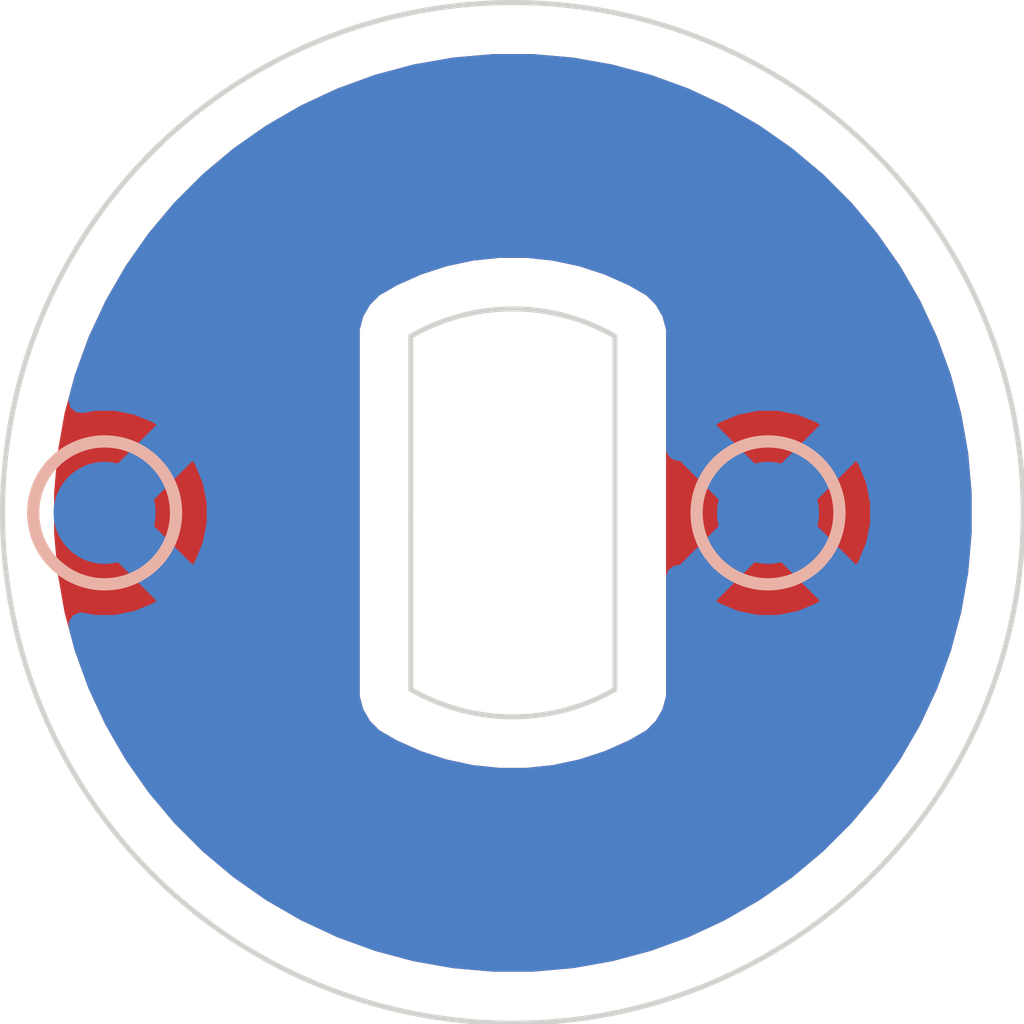
<source format=kicad_pcb>
(kicad_pcb (version 20241229) (generator "pcbnew") (generator_version "9.0")
  (layers (0 "F.Cu" signal) (2 "B.Cu" signal) (13 "F.Paste" user) (15 "B.Paste" user) (5 "F.SilkS" user "F.Silkscreen") (7 "B.SilkS" user "B.Silkscreen") (1 "F.Mask" user) (3 "B.Mask" user) (25 "Edge.Cuts" user))
  (net 0 "")
  (net 1 "Net-(TP101-Pad1)")
  (footprint "TestPoint:TestPoint_Pad_D1.0mm" (layer "B.Cu") (at 102.5 100)
    (property "Reference" "TP101" (hide yes))
    (property "Value" "TestPoint" (hide yes))
    (fp_circle (center 0 0) (end 0 -0.7) (stroke (width 0.12)) (fill no) (layer "B.SilkS"))
    (pad "1" smd circle (at 0 0) (size 1 1) (layers "B.Cu" "B.Mask") (net 1 "Net-(TP101-Pad1)"))
  )
  (footprint "TestPoint:TestPoint_Pad_D1.0mm" (layer "B.Cu") (at 96 100)
    (property "Reference" "TP102" (hide yes))
    (property "Value" "TestPoint" (hide yes))
    (fp_circle (center 0 0) (end 0 -0.7) (stroke (width 0.12)) (fill no) (layer "B.SilkS"))
    (pad "1" smd circle (at 0 0) (size 1 1) (layers "B.Cu" "B.Mask") (net 1 "Net-(TP101-Pad1)"))
  )
  (gr_arc (start 100 101.998224) (mid 99.482326 101.930003) (end 99 101.73) (stroke (width 0.05)) (layer "Edge.Cuts"))
  (gr_arc (start 99 98.27) (mid 99.482326 98.069996) (end 100 98.001776) (stroke (width 0.05)) (layer "Edge.Cuts"))
  (gr_arc (start 100 98.001776) (mid 100.517674 98.069997) (end 101 98.27) (stroke (width 0.05)) (layer "Edge.Cuts"))
  (gr_line (start 101 98.27) (end 101 100) (stroke (width 0.05)) (layer "Edge.Cuts"))
  (gr_line (start 99 101.73) (end 99 100) (stroke (width 0.05)) (layer "Edge.Cuts"))
  (gr_line (start 99 98.27) (end 99 100) (stroke (width 0.05)) (layer "Edge.Cuts"))
  (gr_circle (center 100 100) (end 105 100) (stroke (width 0.05)) (fill no) (layer "Edge.Cuts"))
  (gr_line (start 101 101.73) (end 101 100) (stroke (width 0.05)) (layer "Edge.Cuts"))
  (gr_arc (start 101 101.73) (mid 100.517674 101.930004) (end 100 101.998224) (stroke (width 0.05)) (layer "Edge.Cuts"))
  (zone (net 0) (net_name "") (layer "F.Cu") (priority 1) (connect_pads (clearance 0.5)) (min_thickness 0.25) (fill yes (thermal_gap 0.5) (thermal_bridge_width 0.5) (island_removal_mode 1) (island_area_min 10))
    (polygon (pts (xy 95 95) (xy 105 95) (xy 105 105) (xy 95 105)))
  )
  (zone (net 1) (net_name "Net-(TP101-Pad1)") (layer "B.Cu") (connect_pads (clearance 0.5)) (min_thickness 0.25) (fill yes (thermal_gap 0.5) (thermal_bridge_width 0.5))
    (polygon (pts (xy 95 95) (xy 105 95) (xy 105 105) (xy 95 105)))
  )
)
</source>
